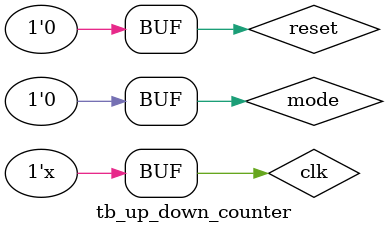
<source format=v>
`timescale 1ns / 1ps
module tb_up_down_counter();
reg clk,reset;
reg mode;  //high for up_counter and low for Down_counter
wire [3:0] count;

sync_up_down_counter dut(clk,reset,mode,count);
initial clk = 0;
always #5 clk = ~clk;

initial begin
$monitor($time,"count=%0d,clk=%b,reset=%b,mode=%b",count,clk,reset,mode);
reset = 0;

mode = 0;
#100;
mode = 1;
#200;

reset = 1;
mode = 0;
#50;
reset = 0;
end
endmodule

</source>
